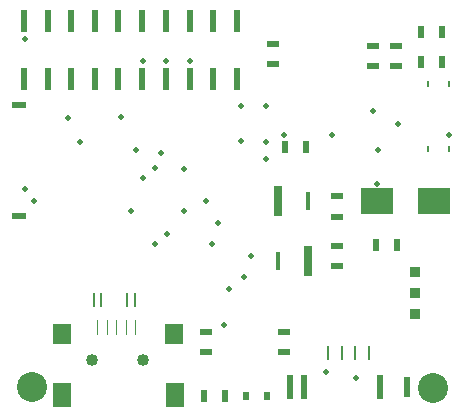
<source format=gbr>
%FSLAX23Y23*%
%MOIN*%
G04 EasyPC Gerber Version 13.0.2 Build 2807 *
%ADD144R,0.00200X0.05000*%
%ADD137R,0.01000X0.05000*%
%ADD141R,0.01150X0.01937*%
%ADD138R,0.01500X0.06000*%
%ADD145R,0.02000X0.03000*%
%ADD28R,0.02000X0.04000*%
%ADD147R,0.02000X0.07000*%
%ADD146R,0.02000X0.08000*%
%ADD29R,0.02300X0.07500*%
%ADD139R,0.03000X0.10000*%
%ADD142R,0.03500X0.03500*%
%ADD25R,0.04000X0.02000*%
%ADD140R,0.05000X0.02000*%
%ADD132R,0.06000X0.07000*%
%ADD18R,0.06000X0.08000*%
%ADD148C,0.02000*%
%ADD115C,0.04000*%
%ADD20C,0.10000*%
%ADD143R,0.11000X0.09000*%
X0Y0D02*
D02*
D18*
X17403Y17408D03*
X17778D03*
D02*
D20*
X17303Y17436D03*
X18638Y17431D03*
D02*
D25*
X17882Y17550D03*
Y17618D03*
X18107Y18510D03*
Y18578D03*
X18142Y17550D03*
Y17618D03*
X18319Y17837D03*
Y17906D03*
Y18002D03*
Y18071D03*
X18438Y18505D03*
Y18573D03*
X18517Y18505D03*
Y18573D03*
D02*
D28*
X17876Y17404D03*
X17945D03*
X18146Y18236D03*
X18215D03*
X18451Y17907D03*
X18519D03*
X18601Y18517D03*
Y18617D03*
X18669Y18517D03*
Y18617D03*
D02*
D29*
X17276Y18460D03*
Y18656D03*
X17355Y18460D03*
Y18656D03*
X17434Y18460D03*
Y18656D03*
X17513Y18460D03*
Y18656D03*
X17591Y18460D03*
Y18656D03*
X17670Y18460D03*
Y18656D03*
X17749Y18460D03*
Y18656D03*
X17828Y18460D03*
Y18656D03*
X17906Y18460D03*
Y18656D03*
X17985Y18460D03*
Y18656D03*
D02*
D115*
X17504Y17525D03*
X17672D03*
D02*
D132*
X17402Y17612D03*
X17777D03*
D02*
D137*
X17508Y17724D03*
X17533Y17724D03*
X17620D03*
X17645Y17724D03*
X18291Y17548D03*
X18336D03*
D03*
X18381D03*
X18426D03*
D02*
D138*
X18123Y17856D03*
X18223Y18056D03*
D02*
D139*
X18123D03*
X18223Y17856D03*
D02*
D140*
X17258Y18005D03*
Y18376D03*
D02*
D141*
X18623Y18228D03*
Y18444D03*
X18694Y18228D03*
Y18444D03*
D02*
D142*
X18578Y17677D03*
Y17747D03*
Y17817D03*
D02*
D143*
X18453Y18056D03*
X18643D03*
D02*
D144*
X17523Y17632D03*
X17555D03*
X17587D03*
X17619D03*
X17651D03*
D02*
D145*
X18016Y17404D03*
X18085D03*
D02*
D146*
X18163Y17434D03*
X18208D03*
X18463D03*
D02*
D147*
X18553Y17434D03*
D02*
D148*
X17278Y18096D03*
Y18596D03*
X17308Y18056D03*
X17423Y18331D03*
X17463Y18251D03*
X17598Y18336D03*
X17633Y18021D03*
X17648Y18226D03*
X17673Y18131D03*
Y18521D03*
X17713Y17911D03*
Y18166D03*
X17733Y18216D03*
X17748Y18521D03*
X17753Y17946D03*
X17808Y18021D03*
Y18161D03*
X17828Y18521D03*
X17883Y18056D03*
X17903Y17911D03*
X17923Y17981D03*
X17943Y17641D03*
X17958Y17761D03*
X17998Y18256D03*
Y18371D03*
X18008Y17801D03*
X18033Y17871D03*
X18083Y18196D03*
Y18251D03*
Y18371D03*
X18143Y18276D03*
X18283Y17486D03*
X18303Y18276D03*
X18384Y17465D03*
X18438Y18356D03*
X18453Y18111D03*
X18455Y18226D03*
X18523Y18311D03*
X18693Y18276D03*
X0Y0D02*
M02*

</source>
